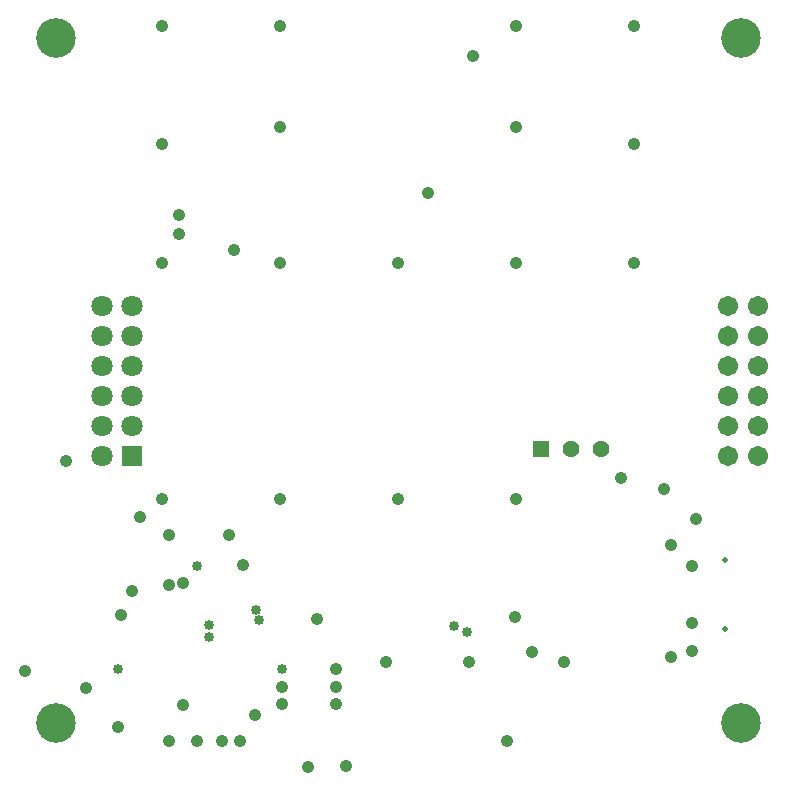
<source format=gbr>
G04 DesignSpark PCB PRO Gerber Version 10.0 Build 5299*
G04 #@! TF.Part,Single*
G04 #@! TF.FileFunction,Soldermask,Bot*
G04 #@! TF.FilePolarity,Negative*
%FSLAX35Y35*%
%MOIN*%
G04 #@! TA.AperFunction,ComponentPad*
%ADD135R,0.05620X0.05620*%
%ADD132R,0.07096X0.07096*%
%ADD134C,0.01880*%
G04 #@! TA.AperFunction,ViaPad*
%ADD131C,0.03356*%
%ADD10C,0.04143*%
G04 #@! TA.AperFunction,ComponentPad*
%ADD136C,0.05620*%
%ADD13C,0.06702*%
%ADD133C,0.07096*%
G04 #@! TA.AperFunction,WasherPad*
%ADD12C,0.13198*%
G04 #@! TD.AperFunction*
X0Y0D02*
D02*
D10*
X25447Y41339D03*
X39226Y111417D03*
X45919Y35827D03*
X56549Y22835D03*
X57337Y60236D03*
X61274Y68110D03*
X63636Y92913D03*
X71116Y98819D03*
Y177559D03*
Y216929D03*
Y256299D03*
X73478Y18110D03*
Y70079D03*
Y86614D03*
X76628Y187008D03*
Y193307D03*
X78203Y29921D03*
Y70866D03*
X82927Y18110D03*
X91195D03*
X93557Y86614D03*
X95132Y181890D03*
X97100Y18110D03*
X98281Y76772D03*
X102219Y26772D03*
X110486Y98819D03*
Y177559D03*
Y222835D03*
Y256299D03*
X111274Y30315D03*
Y36220D03*
X119935Y9449D03*
X122691Y58661D03*
X128990Y30315D03*
Y36220D03*
Y42126D03*
X132533Y9843D03*
X145919Y44488D03*
X149856Y98819D03*
Y177559D03*
X159699Y200787D03*
X173478Y44488D03*
X174659Y246457D03*
X186077Y18110D03*
X188833Y59449D03*
X189226Y98819D03*
Y177559D03*
Y222835D03*
Y256299D03*
X194344Y47638D03*
X204974Y44488D03*
X224266Y105906D03*
X228596Y177559D03*
Y216929D03*
Y256299D03*
X238439Y101969D03*
X240801Y46063D03*
Y83465D03*
X247888Y48031D03*
Y57480D03*
Y76378D03*
X249069Y92126D03*
D02*
D12*
X35683Y24016D03*
Y252362D03*
X264030Y24016D03*
Y252362D03*
D02*
D13*
X259935Y113189D03*
Y123189D03*
Y133189D03*
Y143189D03*
Y153189D03*
Y163189D03*
X269935Y113189D03*
Y123189D03*
Y133189D03*
Y143189D03*
Y153189D03*
Y163189D03*
D02*
D131*
X56549Y42126D03*
X82927Y76378D03*
X86864Y52756D03*
Y56693D03*
X102612Y61811D03*
X103400Y58268D03*
X111274Y42126D03*
X168360Y56299D03*
X172691Y54331D03*
D02*
D132*
X61274Y113189D03*
D02*
D133*
X51274D03*
Y123189D03*
Y133189D03*
Y143189D03*
Y153189D03*
Y163189D03*
X61274Y123189D03*
Y133189D03*
Y143189D03*
Y153189D03*
Y163189D03*
D02*
D134*
X258900Y55551D03*
Y78307D03*
D02*
D135*
X197494Y115354D03*
D02*
D136*
X207494D03*
X217494D03*
X0Y0D02*
M02*

</source>
